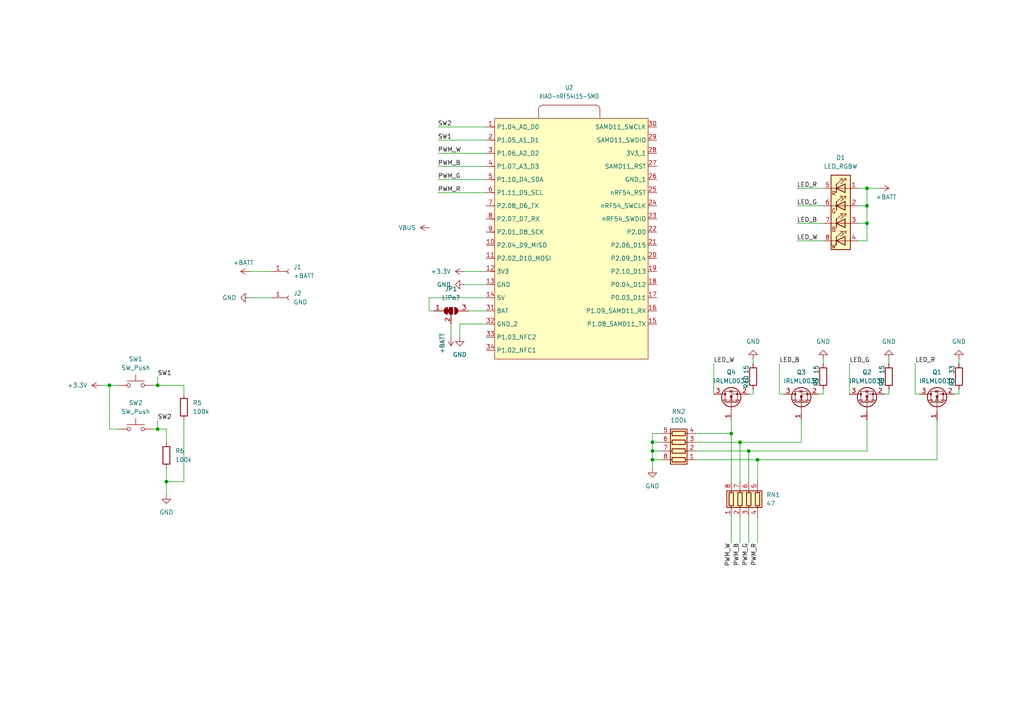
<source format=kicad_sch>
(kicad_sch (version 20250114) (generator "eeschema") (generator_version "9.0")
  (paper "A4")
  (title_block (title "LightStick Main"))
  (lib_symbols
    (symbol "Connector:Conn_01x01_Socket" (pin_names (offset 1.016) (hide yes))
      (property "Reference" "J" (at 0 2.54 0))
      (property "Value" "Conn_01x01_Socket" (at 0 -2.54 0))
      (symbol "Conn_01x01_Socket_1_1"
        (polyline (pts (xy -1.27 0) (xy -0.508 0)) (stroke (width 0.1524)))
        (arc (start 0 -0.508) (mid -0.5058 0) (end 0 0.508) (stroke (width 0.1524)))
        (pin passive line (at -5.08 0 0) (length 3.81) (name "Pin_1") (number "1"))
      )
    )
    (symbol "Device:R" (pin_numbers (hide yes)) (pin_names (offset 0))
      (property "Reference" "R" (at 2.032 0 90))
      (property "Value" "R" (at 0 0 90))
      (symbol "R_0_1"
        (rectangle (start -1.016 -2.54) (end 1.016 2.54) (stroke (width 0.254)))
      )
      (symbol "R_1_1"
        (pin passive line (at 0 3.81 270) (length 1.27) (name "~") (number "1"))
        (pin passive line (at 0 -3.81 90) (length 1.27) (name "~") (number "2"))
      )
    )
    (symbol "Device:R_Pack04" (pin_names (offset 0) (hide yes))
      (property "Reference" "RN" (at -7.62 0 90))
      (property "Value" "R_Pack04" (at 5.08 0 90))
      (symbol "R_Pack04_0_1"
        (rectangle (start -6.35 -2.413) (end 3.81 2.413) (stroke (width 0.254)) (fill (type background)))
        (rectangle (start -5.715 1.905) (end -4.445 -1.905) (stroke (width 0.254)))
        (polyline (pts (xy -5.08 1.905) (xy -5.08 2.54)))
        (polyline (pts (xy -5.08 -2.54) (xy -5.08 -1.905)))
        (rectangle (start -3.175 1.905) (end -1.905 -1.905) (stroke (width 0.254)))
        (polyline (pts (xy -2.54 1.905) (xy -2.54 2.54)))
        (polyline (pts (xy -2.54 -2.54) (xy -2.54 -1.905)))
        (rectangle (start -0.635 1.905) (end 0.635 -1.905) (stroke (width 0.254)))
        (polyline (pts (xy 0 1.905) (xy 0 2.54)))
        (polyline (pts (xy 0 -2.54) (xy 0 -1.905)))
        (rectangle (start 1.905 1.905) (end 3.175 -1.905) (stroke (width 0.254)))
        (polyline (pts (xy 2.54 1.905) (xy 2.54 2.54)))
        (polyline (pts (xy 2.54 -2.54) (xy 2.54 -1.905)))
      )
      (symbol "R_Pack04_1_1"
        (pin passive line (at -5.08 5.08 270) (length 2.54) (name "R1.2") (number "8"))
        (pin passive line (at -5.08 -5.08 90) (length 2.54) (name "R1.1") (number "1"))
        (pin passive line (at -2.54 5.08 270) (length 2.54) (name "R2.2") (number "7"))
        (pin passive line (at -2.54 -5.08 90) (length 2.54) (name "R2.1") (number "2"))
        (pin passive line (at 0 5.08 270) (length 2.54) (name "R3.2") (number "6"))
        (pin passive line (at 0 -5.08 90) (length 2.54) (name "R3.1") (number "3"))
        (pin passive line (at 2.54 5.08 270) (length 2.54) (name "R4.2") (number "5"))
        (pin passive line (at 2.54 -5.08 90) (length 2.54) (name "R4.1") (number "4"))
      )
    )
    (symbol "Jumper:SolderJumper_3_Bridged12" (pin_names (offset 0) (hide yes)) (in_bom no)
      (property "Reference" "JP" (at -2.54 -2.54 0))
      (property "Value" "SolderJumper_3_Bridged12" (at 0 2.794 0))
      (symbol "SolderJumper_3_Bridged12_0_1"
        (polyline (pts (xy -2.54 0) (xy -2.032 0)))
        (polyline (pts (xy -1.016 1.016) (xy -1.016 -1.016)))
        (rectangle (start -1.016 0.508) (end -0.508 -0.508) (fill (type outline)))
        (arc (start -1.016 -1.016) (mid -2.0276 0) (end -1.016 1.016))
        (arc (start -1.016 -1.016) (mid -2.0276 0) (end -1.016 1.016) (fill (type outline)))
        (rectangle (start -0.508 1.016) (end 0.508 -1.016) (fill (type outline)))
        (polyline (pts (xy 0 -1.27) (xy 0 -1.016)))
        (arc (start 1.016 1.016) (mid 2.0276 0) (end 1.016 -1.016))
        (arc (start 1.016 1.016) (mid 2.0276 0) (end 1.016 -1.016) (fill (type outline)))
        (polyline (pts (xy 1.016 1.016) (xy 1.016 -1.016)))
        (polyline (pts (xy 2.54 0) (xy 2.032 0)))
      )
      (symbol "SolderJumper_3_Bridged12_1_1"
        (pin passive line (at -5.08 0 0) (length 2.54) (name "A") (number "1"))
        (pin passive line (at 0 -3.81 90) (length 2.54) (name "C") (number "2"))
        (pin passive line (at 5.08 0 180) (length 2.54) (name "B") (number "3"))
      )
    )
    (symbol "Seeed_Studio_XIAO_Series:XIAO-nRF54l15-SMD"
      (property "Reference" "U21" (at -0.0381 38.1 0))
      (property "Value" "XIAO-nRF54l15-SMD" (at -2.032 -39.116 0))
      (symbol "XIAO-nRF54l15-SMD_0_1"
        (rectangle (start -21.59 33.02) (end 22.86 -36.83) (fill (type background)))
      )
      (symbol "XIAO-nRF54l15-SMD_1_0"
        (polyline (pts (xy -22.86 3.81) (xy -21.59 3.81)) (stroke (width 0.1524)))
        (polyline (pts (xy -22.86 0) (xy -21.59 0)) (stroke (width 0.1524)))
        (polyline (pts (xy -22.86 -3.81) (xy -21.59 -3.81)) (stroke (width 0.1524)))
        (polyline (pts (xy -22.86 -7.62) (xy -21.59 -7.62)) (stroke (width 0.1524)))
        (polyline (pts (xy -22.86 -11.43) (xy -21.59 -11.43)) (stroke (width 0.1524)))
        (polyline (pts (xy -22.86 -15.24) (xy -21.59 -15.24)) (stroke (width 0.1524)))
        (polyline (pts (xy -22.86 -19.05) (xy -21.59 -19.05)) (stroke (width 0.1524)))
        (polyline (pts (xy -21.59 30.48) (xy -22.86 30.48)) (stroke (width 0.1524)))
        (polyline (pts (xy -21.59 26.67) (xy -22.86 26.67)) (stroke (width 0.1524)))
        (polyline (pts (xy -21.59 22.86) (xy -22.86 22.86)) (stroke (width 0.1524)))
        (polyline (pts (xy -21.59 19.05) (xy -22.86 19.05)) (stroke (width 0.1524)))
        (polyline (pts (xy -21.59 15.24) (xy -22.86 15.24)) (stroke (width 0.1524)))
        (polyline (pts (xy -21.59 11.43) (xy -22.86 11.43)) (stroke (width 0.1524)))
        (polyline (pts (xy -21.59 7.62) (xy -22.86 7.62)) (stroke (width 0.1524)))
        (pin passive line (at -24.13 30.48 0) (length 2.54) (name "P1.04_A0_D0") (number "1"))
        (pin passive line (at -24.13 26.67 0) (length 2.54) (name "P1.05_A1_D1") (number "2"))
        (pin passive line (at -24.13 22.86 0) (length 2.54) (name "P1.06_A2_D2") (number "3"))
        (pin passive line (at -24.13 19.05 0) (length 2.54) (name "P1.07_A3_D3") (number "4"))
        (pin passive line (at -24.13 15.24 0) (length 2.54) (name "P1.10_D4_SDA") (number "5"))
        (pin passive line (at -24.13 11.43 0) (length 2.54) (name "P1.11_D5_SCL") (number "6"))
        (pin passive line (at -24.13 7.62 0) (length 2.54) (name "P2.08_D6_TX") (number "7"))
        (pin passive line (at -24.13 3.81 0) (length 2.54) (name "P2.07_D7_RX") (number "8"))
        (pin passive line (at -24.13 0 0) (length 2.54) (name "P2.01_D8_SCK") (number "9"))
        (pin passive line (at -24.13 -3.81 0) (length 2.54) (name "P2.04_D9_MISO") (number "10"))
        (pin passive line (at -24.13 -7.62 0) (length 2.54) (name "P2.02_D10_MOSI") (number "11"))
        (pin passive line (at -24.13 -11.43 0) (length 2.54) (name "3V3") (number "12"))
        (pin passive line (at -24.13 -15.24 0) (length 2.54) (name "GND") (number "13"))
        (pin passive line (at -24.13 -19.05 0) (length 2.54) (name "5V") (number "14"))
      )
      (symbol "XIAO-nRF54l15-SMD_1_1"
        (polyline (pts (xy -8.89 35.56) (xy -8.89 33.02)))
        (polyline (pts (xy -7.62 36.83) (xy 7.62 36.83)))
        (arc (start -8.89 35.56) (mid -8.518 36.458) (end -7.62 36.83))
        (arc (start 7.62 36.83) (mid 7.62 36.83) (end 7.62 36.83))
        (arc (start 7.62 36.83) (mid 8.518 36.458) (end 8.89 35.56))
        (polyline (pts (xy 8.89 35.56) (xy 8.89 33.02)))
        (arc (start 8.89 35.56) (mid 8.89 35.56) (end 8.89 35.56))
        (pin passive line (at -24.13 -22.86 0) (length 2.54) (name "BAT") (number "31"))
        (pin passive line (at -24.13 -26.67 0) (length 2.54) (name "GND_2") (number "32"))
        (pin passive line (at -24.13 -30.48 0) (length 2.54) (name "P1.03_NFC2") (number "33"))
        (pin passive line (at -24.13 -34.29 0) (length 2.54) (name "P1.02_NFC1") (number "34"))
        (pin passive line (at 25.4 30.48 180) (length 2.54) (name "SAMD11_SWCLK") (number "30"))
        (pin passive line (at 25.4 26.67 180) (length 2.54) (name "SAMD11_SWDIO") (number "29"))
        (pin passive line (at 25.4 22.86 180) (length 2.54) (name "3V3_1") (number "28"))
        (pin passive line (at 25.4 19.05 180) (length 2.54) (name "SAMD11_RST") (number "27"))
        (pin passive line (at 25.4 15.24 180) (length 2.54) (name "GND_1") (number "26"))
        (pin passive line (at 25.4 11.43 180) (length 2.54) (name "nRF54_RST") (number "25"))
        (pin passive line (at 25.4 7.62 180) (length 2.54) (name "nRF54_SWCLK") (number "24"))
        (pin passive line (at 25.4 3.81 180) (length 2.54) (name "nRF54_SWDIO") (number "23"))
        (pin passive line (at 25.4 0 180) (length 2.54) (name "P2.00") (number "22"))
        (pin passive line (at 25.4 -3.81 180) (length 2.54) (name "P2.06_D15") (number "21"))
        (pin passive line (at 25.4 -7.62 180) (length 2.54) (name "P2.09_D14") (number "20"))
        (pin passive line (at 25.4 -11.43 180) (length 2.54) (name "P2.10_D13") (number "19"))
        (pin passive line (at 25.4 -15.24 180) (length 2.54) (name "P0.04_D12") (number "18"))
        (pin passive line (at 25.4 -19.05 180) (length 2.54) (name "P0.03_D11") (number "17"))
        (pin passive line (at 25.4 -22.86 180) (length 2.54) (name "P1.09_SAMD11_RX") (number "16"))
        (pin passive line (at 25.4 -26.67 180) (length 2.54) (name "P1.08_SAMD11_TX") (number "15"))
      )
    )
    (symbol "Switch:SW_Push" (pin_numbers (hide yes)) (pin_names (offset 1.016) (hide yes))
      (property "Reference" "SW" (at 1.27 2.54 0))
      (property "Value" "SW_Push" (at 0 -1.524 0))
      (symbol "SW_Push_0_1"
        (circle (center -2.032 0) (radius 0.508))
        (polyline (pts (xy 0 1.27) (xy 0 3.048)))
        (circle (center 2.032 0) (radius 0.508))
        (polyline (pts (xy 2.54 1.27) (xy -2.54 1.27)))
        (pin passive line (at -5.08 0 0) (length 2.54) (name "1") (number "1"))
        (pin passive line (at 5.08 0 180) (length 2.54) (name "2") (number "2"))
      )
    )
    (symbol "Transistor_FET:IRLML0030" (pin_names (offset 0) (hide yes))
      (property "Reference" "Q" (at 5.08 1.905 0))
      (property "Value" "IRLML0030" (at 5.08 0 0))
      (symbol "IRLML0030_0_1"
        (polyline (pts (xy 0.254 1.905) (xy 0.254 -1.905)) (stroke (width 0.254)))
        (polyline (pts (xy 0.254 0) (xy -2.54 0)))
        (polyline (pts (xy 0.762 2.286) (xy 0.762 1.27)) (stroke (width 0.254)))
        (polyline (pts (xy 0.762 0.508) (xy 0.762 -0.508)) (stroke (width 0.254)))
        (polyline (pts (xy 0.762 -1.27) (xy 0.762 -2.286)) (stroke (width 0.254)))
        (polyline (pts (xy 0.762 -1.778) (xy 3.302 -1.778) (xy 3.302 1.778) (xy 0.762 1.778)))
        (polyline (pts (xy 1.016 0) (xy 2.032 0.381) (xy 2.032 -0.381) (xy 1.016 0)) (fill (type outline)))
        (circle (center 1.651 0) (radius 2.794) (stroke (width 0.254)))
        (polyline (pts (xy 2.54 2.54) (xy 2.54 1.778)))
        (circle (center 2.54 1.778) (radius 0.254) (fill (type outline)))
        (circle (center 2.54 -1.778) (radius 0.254) (fill (type outline)))
        (polyline (pts (xy 2.54 -2.54) (xy 2.54 0) (xy 0.762 0)))
        (polyline (pts (xy 2.921 0.381) (xy 3.683 0.381)))
        (polyline (pts (xy 3.302 0.381) (xy 2.921 -0.254) (xy 3.683 -0.254) (xy 3.302 0.381)))
      )
      (symbol "IRLML0030_1_1"
        (pin input line (at -5.08 0 0) (length 2.54) (name "G") (number "1"))
        (pin passive line (at 2.54 5.08 270) (length 2.54) (name "D") (number "3"))
        (pin passive line (at 2.54 -5.08 90) (length 2.54) (name "S") (number "2"))
      )
    )
    (symbol "parts:LED_RGBW" (pin_names (offset 0) (hide yes))
      (property "Reference" "D" (at 0 15.24 0))
      (property "Value" "LED_RGBW" (at 0 -8.89 0))
      (symbol "LED_RGBW_0_0"
        (text "R" (at -2.032 8.636 0) (effects (font (size 1.27 1.27))))
        (text "G" (at -2.032 3.556 0) (effects (font (size 1.27 1.27))))
        (text "B" (at -2.032 -1.778 0) (effects (font (size 1.27 1.27))))
      )
      (symbol "LED_RGBW_0_1"
        (rectangle (start -2.794 13.97) (end 2.794 -7.62) (stroke (width 0.254)) (fill (type background)))
        (polyline (pts (xy -1.27 11.43) (xy -1.27 8.89)) (stroke (width 0.254)))
        (polyline (pts (xy -1.27 10.16) (xy -2.54 10.16)))
        (polyline (pts (xy -1.27 10.16) (xy 1.27 10.16)))
        (polyline (pts (xy -1.27 6.35) (xy -1.27 3.81)) (stroke (width 0.254)))
        (polyline (pts (xy -1.27 6.35) (xy -1.27 3.81) (xy -1.27 3.81)))
        (polyline (pts (xy -1.27 5.08) (xy -2.54 5.08)))
        (polyline (pts (xy -1.27 5.08) (xy 1.27 5.08)))
        (polyline (pts (xy -1.27 1.27) (xy -1.27 -1.27)) (stroke (width 0.254)))
        (polyline (pts (xy -1.27 1.27) (xy -1.27 -1.27) (xy -1.27 -1.27)))
        (polyline (pts (xy -1.27 0) (xy -2.54 0)))
        (polyline (pts (xy -1.27 -3.81) (xy -1.27 -6.35)) (stroke (width 0.254)))
        (polyline (pts (xy -1.27 -5.08) (xy -2.54 -5.08)))
        (polyline (pts (xy -1.27 -5.08) (xy 1.27 -5.08)))
        (polyline (pts (xy -1.016 11.43) (xy 0.508 12.954) (xy -0.254 12.954) (xy 0.508 12.954) (xy 0.508 12.192)))
        (polyline (pts (xy -1.016 6.35) (xy 0.508 7.874) (xy -0.254 7.874) (xy 0.508 7.874) (xy 0.508 7.112)))
        (polyline (pts (xy -1.016 1.27) (xy 0.508 2.794) (xy -0.254 2.794) (xy 0.508 2.794) (xy 0.508 2.032)))
        (polyline (pts (xy -1.016 -3.81) (xy 0.508 -2.286) (xy -0.254 -2.286) (xy 0.508 -2.286) (xy 0.508 -3.048)))
        (polyline (pts (xy 0 11.43) (xy 1.524 12.954) (xy 0.762 12.954) (xy 1.524 12.954) (xy 1.524 12.192)))
        (polyline (pts (xy 0 6.35) (xy 1.524 7.874) (xy 0.762 7.874) (xy 1.524 7.874) (xy 1.524 7.112)))
        (polyline (pts (xy 0 1.27) (xy 1.524 2.794) (xy 0.762 2.794) (xy 1.524 2.794) (xy 1.524 2.032)))
        (polyline (pts (xy 0 -3.81) (xy 1.524 -2.286) (xy 0.762 -2.286) (xy 1.524 -2.286) (xy 1.524 -3.048)))
        (polyline (pts (xy 1.27 11.43) (xy 1.27 8.89) (xy -1.27 10.16) (xy 1.27 11.43)) (stroke (width 0.254)))
        (polyline (pts (xy 1.27 10.16) (xy 2.54 10.16)))
        (polyline (pts (xy 1.27 6.35) (xy 1.27 3.81) (xy -1.27 5.08) (xy 1.27 6.35)) (stroke (width 0.254)))
        (rectangle (start 1.27 6.35) (end 1.27 6.35))
        (polyline (pts (xy 1.27 5.08) (xy 2.54 5.08)))
        (rectangle (start 1.27 3.81) (end 1.27 6.35))
        (polyline (pts (xy 1.27 1.27) (xy 1.27 -1.27) (xy -1.27 0) (xy 1.27 1.27)) (stroke (width 0.254)))
        (rectangle (start 1.27 1.27) (end 1.27 1.27))
        (polyline (pts (xy 1.27 0) (xy -1.27 0)))
        (polyline (pts (xy 1.27 0) (xy 2.54 0)))
        (rectangle (start 1.27 -1.27) (end 1.27 1.27))
        (polyline (pts (xy 1.27 -3.81) (xy 1.27 -6.35) (xy -1.27 -5.08) (xy 1.27 -3.81)) (stroke (width 0.254)))
        (polyline (pts (xy 1.27 -5.08) (xy 2.54 -5.08)))
      )
      (symbol "LED_RGBW_1_1"
        (text "W" (at -2.032 -6.604 0) (effects (font (size 1.27 1.27))))
        (pin passive line (at -5.08 10.16 0) (length 2.54) (name "RK") (number "5"))
        (pin passive line (at -5.08 5.08 0) (length 2.54) (name "GK") (number "6"))
        (pin passive line (at -5.08 0 0) (length 2.54) (name "BK") (number "7"))
        (pin passive line (at -5.08 -5.08 0) (length 2.54) (name "WK") (number "8"))
        (pin passive line (at 5.08 10.16 180) (length 2.54) (name "RA") (number "1"))
        (pin passive line (at 5.08 5.08 180) (length 2.54) (name "GA") (number "2"))
        (pin passive line (at 5.08 0 180) (length 2.54) (name "BA") (number "3"))
        (pin passive line (at 5.08 -5.08 180) (length 2.54) (name "WA") (number "4"))
      )
    )
    (symbol "power:+3.3V" (power) (pin_numbers (hide yes)) (pin_names (offset 0) (hide yes))
      (property "Value" "+3.3V" (at 0 3.556 0))
      (symbol "+3.3V_0_1"
        (polyline (pts (xy -0.762 1.27) (xy 0 2.54)))
        (polyline (pts (xy 0 2.54) (xy 0.762 1.27)))
        (polyline (pts (xy 0 0) (xy 0 2.54)))
      )
      (symbol "+3.3V_1_1"
        (pin power_in line (at 0 0 90) (length 0) (name "~") (number "1"))
      )
    )
    (symbol "power:+BATT" (power) (pin_numbers (hide yes)) (pin_names (offset 0) (hide yes))
      (property "Value" "+BATT" (at 0 3.556 0))
      (symbol "+BATT_0_1"
        (polyline (pts (xy -0.762 1.27) (xy 0 2.54)))
        (polyline (pts (xy 0 2.54) (xy 0.762 1.27)))
        (polyline (pts (xy 0 0) (xy 0 2.54)))
      )
      (symbol "+BATT_1_1"
        (pin power_in line (at 0 0 90) (length 0) (name "~") (number "1"))
      )
    )
    (symbol "power:GND" (power) (pin_numbers (hide yes)) (pin_names (offset 0) (hide yes))
      (property "Value" "GND" (at 0 -3.81 0))
      (symbol "GND_0_1"
        (polyline (pts (xy 0 0) (xy 0 -1.27) (xy 1.27 -1.27) (xy 0 -2.54) (xy -1.27 -1.27) (xy 0 -1.27)))
      )
      (symbol "GND_1_1"
        (pin power_in line (at 0 0 270) (length 0) (name "~") (number "1"))
      )
    )
    (symbol "power:VBUS" (power) (pin_numbers (hide yes)) (pin_names (offset 0) (hide yes))
      (property "Value" "VBUS" (at 0 3.556 0))
      (symbol "VBUS_0_1"
        (polyline (pts (xy -0.762 1.27) (xy 0 2.54)))
        (polyline (pts (xy 0 2.54) (xy 0.762 1.27)))
        (polyline (pts (xy 0 0) (xy 0 2.54)))
      )
      (symbol "VBUS_1_1"
        (pin power_in line (at 0 0 90) (length 0) (name "~") (number "1"))
      )
    )
  )
  (junction (at 189.23 130.81))
  (junction (at 219.71 133.35))
  (junction (at 251.46 59.69))
  (junction (at 251.46 64.77))
  (junction (at 45.72 111.76))
  (junction (at 212.09 125.73))
  (junction (at 251.46 54.61))
  (junction (at 189.23 133.35))
  (junction (at 48.26 139.7))
  (junction (at 45.72 124.46))
  (junction (at 31.75 111.76))
  (junction (at 189.23 128.27))
  (junction (at 214.63 128.27))
  (junction (at 217.17 130.81))
  (wire (pts (xy 218.44 114.3) (xy 217.17 114.3)))
  (wire (pts (xy 127 48.26) (xy 140.97 48.26)))
  (wire (pts (xy 214.63 128.27) (xy 214.63 139.7)))
  (wire (pts (xy 127 36.83) (xy 140.97 36.83)))
  (wire (pts (xy 134.62 78.74) (xy 140.97 78.74)))
  (wire (pts (xy 72.39 86.36) (xy 78.74 86.36)))
  (wire (pts (xy 189.23 128.27) (xy 189.23 130.81)))
  (wire (pts (xy 231.14 54.61) (xy 238.76 54.61)))
  (wire (pts (xy 201.93 128.27) (xy 214.63 128.27)))
  (wire (pts (xy 251.46 69.85) (xy 251.46 64.77)))
  (wire (pts (xy 133.35 97.79) (xy 133.35 93.98)))
  (wire (pts (xy 29.21 111.76) (xy 31.75 111.76)))
  (wire (pts (xy 214.63 157.48) (xy 214.63 149.86)))
  (wire (pts (xy 231.14 69.85) (xy 238.76 69.85)))
  (wire (pts (xy 231.14 59.69) (xy 238.76 59.69)))
  (wire (pts (xy 218.44 104.14) (xy 218.44 105.41)))
  (wire (pts (xy 191.77 130.81) (xy 189.23 130.81)))
  (wire (pts (xy 130.81 97.79) (xy 130.81 93.98)))
  (wire (pts (xy 191.77 128.27) (xy 189.23 128.27)))
  (wire (pts (xy 226.06 114.3) (xy 227.33 114.3)))
  (wire (pts (xy 251.46 54.61) (xy 255.27 54.61)))
  (wire (pts (xy 135.89 90.17) (xy 140.97 90.17)))
  (wire (pts (xy 248.92 64.77) (xy 251.46 64.77)))
  (wire (pts (xy 189.23 133.35) (xy 189.23 135.89)))
  (wire (pts (xy 45.72 109.22) (xy 45.72 111.76)))
  (wire (pts (xy 217.17 157.48) (xy 217.17 149.86)))
  (wire (pts (xy 218.44 113.03) (xy 218.44 114.3)))
  (wire (pts (xy 214.63 128.27) (xy 232.41 128.27)))
  (wire (pts (xy 217.17 130.81) (xy 251.46 130.81)))
  (wire (pts (xy 201.93 133.35) (xy 219.71 133.35)))
  (wire (pts (xy 231.14 64.77) (xy 238.76 64.77)))
  (wire (pts (xy 219.71 133.35) (xy 271.78 133.35)))
  (wire (pts (xy 48.26 139.7) (xy 48.26 143.51)))
  (wire (pts (xy 189.23 130.81) (xy 189.23 133.35)))
  (wire (pts (xy 212.09 125.73) (xy 212.09 121.92)))
  (wire (pts (xy 133.35 93.98) (xy 140.97 93.98)))
  (wire (pts (xy 31.75 124.46) (xy 31.75 111.76)))
  (wire (pts (xy 201.93 130.81) (xy 217.17 130.81)))
  (wire (pts (xy 45.72 124.46) (xy 48.26 124.46)))
  (wire (pts (xy 251.46 59.69) (xy 251.46 54.61)))
  (wire (pts (xy 48.26 139.7) (xy 48.26 135.89)))
  (wire (pts (xy 219.71 157.48) (xy 219.71 149.86)))
  (wire (pts (xy 191.77 133.35) (xy 189.23 133.35)))
  (wire (pts (xy 257.81 114.3) (xy 256.54 114.3)))
  (wire (pts (xy 53.34 139.7) (xy 48.26 139.7)))
  (wire (pts (xy 48.26 124.46) (xy 48.26 128.27)))
  (wire (pts (xy 127 55.88) (xy 140.97 55.88)))
  (wire (pts (xy 127 44.45) (xy 140.97 44.45)))
  (wire (pts (xy 278.13 104.14) (xy 278.13 105.41)))
  (wire (pts (xy 278.13 113.03) (xy 278.13 114.3)))
  (wire (pts (xy 251.46 64.77) (xy 251.46 59.69)))
  (wire (pts (xy 248.92 54.61) (xy 251.46 54.61)))
  (wire (pts (xy 31.75 111.76) (xy 34.29 111.76)))
  (wire (pts (xy 271.78 133.35) (xy 271.78 121.92)))
  (wire (pts (xy 124.46 86.36) (xy 124.46 90.17)))
  (wire (pts (xy 248.92 69.85) (xy 251.46 69.85)))
  (wire (pts (xy 140.97 86.36) (xy 124.46 86.36)))
  (wire (pts (xy 72.39 78.74) (xy 78.74 78.74)))
  (wire (pts (xy 34.29 124.46) (xy 31.75 124.46)))
  (wire (pts (xy 207.01 105.41) (xy 207.01 114.3)))
  (wire (pts (xy 212.09 125.73) (xy 212.09 139.7)))
  (wire (pts (xy 212.09 157.48) (xy 212.09 149.86)))
  (wire (pts (xy 44.45 111.76) (xy 45.72 111.76)))
  (wire (pts (xy 127 40.64) (xy 140.97 40.64)))
  (wire (pts (xy 45.72 121.92) (xy 45.72 124.46)))
  (wire (pts (xy 238.76 113.03) (xy 238.76 114.3)))
  (wire (pts (xy 53.34 111.76) (xy 53.34 114.3)))
  (wire (pts (xy 238.76 114.3) (xy 237.49 114.3)))
  (wire (pts (xy 53.34 121.92) (xy 53.34 139.7)))
  (wire (pts (xy 248.92 59.69) (xy 251.46 59.69)))
  (wire (pts (xy 265.43 105.41) (xy 265.43 114.3)))
  (wire (pts (xy 238.76 104.14) (xy 238.76 105.41)))
  (wire (pts (xy 44.45 124.46) (xy 45.72 124.46)))
  (wire (pts (xy 232.41 128.27) (xy 232.41 121.92)))
  (wire (pts (xy 134.62 82.55) (xy 140.97 82.55)))
  (wire (pts (xy 191.77 125.73) (xy 189.23 125.73)))
  (wire (pts (xy 246.38 105.41) (xy 246.38 114.3)))
  (wire (pts (xy 251.46 130.81) (xy 251.46 121.92)))
  (wire (pts (xy 124.46 90.17) (xy 125.73 90.17)))
  (wire (pts (xy 189.23 125.73) (xy 189.23 128.27)))
  (wire (pts (xy 257.81 104.14) (xy 257.81 105.41)))
  (wire (pts (xy 226.06 105.41) (xy 226.06 114.3)))
  (wire (pts (xy 45.72 111.76) (xy 53.34 111.76)))
  (wire (pts (xy 217.17 130.81) (xy 217.17 139.7)))
  (wire (pts (xy 265.43 114.3) (xy 266.7 114.3)))
  (wire (pts (xy 278.13 114.3) (xy 276.86 114.3)))
  (wire (pts (xy 257.81 113.03) (xy 257.81 114.3)))
  (wire (pts (xy 219.71 133.35) (xy 219.71 139.7)))
  (wire (pts (xy 127 52.07) (xy 140.97 52.07)))
  (wire (pts (xy 201.93 125.73) (xy 212.09 125.73)))
  (label "PWM_W" (at 127 44.45 0))
  (label "LED_B" (at 226.06 105.41 0))
  (label "LED_G" (at 246.38 105.41 0))
  (label "LED_B" (at 231.14 64.77 0))
  (label "PWM_B" (at 127 48.26 0))
  (label "PWM_B" (at 214.63 157.48 270))
  (label "PWM_G" (at 127 52.07 0))
  (label "LED_W" (at 207.01 105.41 0))
  (label "SW2" (at 127 36.83 0))
  (label "PWM_G" (at 217.17 157.48 270))
  (label "LED_R" (at 265.43 105.41 0))
  (label "PWM_R" (at 219.71 157.48 270))
  (label "SW1" (at 45.72 109.22 0))
  (label "SW1" (at 127 40.64 0))
  (label "LED_W" (at 231.14 69.85 0))
  (label "PWM_W" (at 212.09 157.48 270))
  (label "LED_G" (at 231.14 59.69 0))
  (label "LED_R" (at 231.14 54.61 0))
  (label "SW2" (at 45.72 121.92 0))
  (label "PWM_R" (at 127 55.88 0))
  (symbol (lib_id "parts:LED_RGBW") (at 243.84 64.77 0) (unit 1)
    (property "Reference" "D1" (at 243.84 45.72 0))
    (property "Value" "LED_RGBW" (at 243.84 48.26 0))
    (property "Footprint" "parts:XL-5050RGBW" (effects (hide yes)))
    (property "Description" "RGB LED, anode/blue/green/red" (effects (hide yes)))
  )
  (symbol (lib_id "power:GND") (at 257.81 104.14 180) (unit 1)
    (property "Reference" "#PWR013" (effects (hide yes)))
    (property "Value" "GND" (at 257.81 99.06 0))
    (property "Description" "Power symbol creates a global label with name \"GND\" , ground" (effects (hide yes)))
  )
  (symbol (lib_id "Device:R") (at 48.26 132.08 0) (unit 1)
    (property "Reference" "R6" (at 50.8 130.8099 0) (effects (justify left)))
    (property "Value" "100k" (at 50.8 133.3499 0) (effects (justify left)))
    (property "Footprint" "Resistor_SMD:R_0603_1608Metric_Pad0.98x0.95mm_HandSolder" (effects (hide yes)))
    (property "Description" "Resistor" (effects (hide yes)))
  )
  (symbol (lib_id "Seeed_Studio_XIAO_Series:XIAO-nRF54l15-SMD") (at 165.1 67.31 0) (unit 1)
    (property "Reference" "U2" (at 165.0619 25.4 0) (effects (font (size 1.27 1.0795))))
    (property "Value" "XIAO-nRF54l15-SMD" (at 165.0619 27.94 0) (effects (font (size 1.27 1.0795))))
    (property "Footprint" "parts:XIAO-nRF54l15-SMD" (effects (hide yes)))
  )
  (symbol (lib_id "power:+BATT") (at 255.27 54.61 270) (unit 1)
    (property "Reference" "#PWR010" (effects (hide yes)))
    (property "Value" "+BATT" (at 257.048 57.15 90))
    (property "Description" "Power symbol creates a global label with name \"+BATT\"" (effects (hide yes)))
  )
  (symbol (lib_id "Transistor_FET:IRLML0030") (at 232.41 116.84 90) (unit 1)
    (property "Reference" "Q3" (at 232.41 107.95 90))
    (property "Value" "IRLML0030" (at 232.41 110.49 90))
    (property "Footprint" "Package_TO_SOT_SMD:SOT-23" (effects (hide yes)))
    (property "Datasheet" "https://www.infineon.com/dgdl/irlml0030pbf.pdf?fileId=5546d462533600a401535664773825df" (effects (hide yes)))
    (property "Description" "5.3A Id, 30V Vds, 27mOhm Rds, N-Channel HEXFET Power MOSFET, SOT-23" (effects (hide yes)))
  )
  (symbol (lib_id "power:+3.3V") (at 134.62 78.74 90) (unit 1)
    (property "Reference" "#PWR09" (effects (hide yes)))
    (property "Value" "+3.3V" (at 130.81 78.7399 90) (effects (justify left)))
    (property "Description" "Power symbol creates a global label with name \"+3.3V\"" (effects (hide yes)))
  )
  (symbol (lib_id "Device:R_Pack04") (at 217.17 144.78 0) (unit 1)
    (property "Reference" "RN1" (at 222.25 143.5099 0) (effects (justify left)))
    (property "Value" "47" (at 222.25 146.0499 0) (effects (justify left)))
    (property "Footprint" "Resistor_SMD:R_Array_Concave_4x0603" (effects (hide yes)))
    (property "Description" "4 resistor network, parallel topology" (effects (hide yes)))
  )
  (symbol (lib_id "power:GND") (at 48.26 143.51 0) (unit 1)
    (property "Reference" "#PWR07" (effects (hide yes)))
    (property "Value" "GND" (at 48.26 148.59 0))
    (property "Description" "Power symbol creates a global label with name \"GND\" , ground" (effects (hide yes)))
  )
  (symbol (lib_id "power:GND") (at 218.44 104.14 180) (unit 1)
    (property "Reference" "#PWR011" (effects (hide yes)))
    (property "Value" "GND" (at 218.44 99.06 0))
    (property "Description" "Power symbol creates a global label with name \"GND\" , ground" (effects (hide yes)))
  )
  (symbol (lib_id "power:GND") (at 72.39 86.36 270) (unit 1)
    (property "Reference" "#PWR05" (effects (hide yes)))
    (property "Value" "GND" (at 68.58 86.3599 90) (effects (justify right)))
    (property "Description" "Power symbol creates a global label with name \"GND\" , ground" (effects (hide yes)))
  )
  (symbol (lib_id "power:+3.3V") (at 29.21 111.76 90) (unit 1)
    (property "Reference" "#PWR08" (effects (hide yes)))
    (property "Value" "+3.3V" (at 25.4 111.7599 90) (effects (justify left)))
    (property "Description" "Power symbol creates a global label with name \"+3.3V\"" (effects (hide yes)))
  )
  (symbol (lib_id "Device:R") (at 218.44 109.22 180) (unit 1)
    (property "Reference" "R10" (at 216.408 110.744 90))
    (property "Value" "15" (at 216.408 107.188 90))
    (property "Footprint" "Resistor_SMD:R_0603_1608Metric_Pad0.98x0.95mm_HandSolder" (effects (hide yes)))
    (property "Description" "Resistor" (effects (hide yes)))
  )
  (symbol (lib_id "Switch:SW_Push") (at 39.37 111.76 0) (unit 1)
    (property "Reference" "SW1" (at 39.37 104.14 0))
    (property "Value" "SW_Push" (at 39.37 106.68 0))
    (property "Footprint" "Button_Switch_SMD:SW_SPST_PTS647_Sx38" (effects (hide yes)))
    (property "Description" "Push button switch, generic, two pins" (effects (hide yes)))
  )
  (symbol (lib_id "Device:R") (at 238.76 109.22 180) (unit 1)
    (property "Reference" "R9" (at 236.728 110.744 90))
    (property "Value" "15" (at 236.728 107.188 90))
    (property "Footprint" "Resistor_SMD:R_0603_1608Metric_Pad0.98x0.95mm_HandSolder" (effects (hide yes)))
    (property "Description" "Resistor" (effects (hide yes)))
  )
  (symbol (lib_id "power:GND") (at 238.76 104.14 180) (unit 1)
    (property "Reference" "#PWR012" (effects (hide yes)))
    (property "Value" "GND" (at 238.76 99.06 0))
    (property "Description" "Power symbol creates a global label with name \"GND\" , ground" (effects (hide yes)))
  )
  (symbol (lib_id "Device:R") (at 257.81 109.22 180) (unit 1)
    (property "Reference" "R8" (at 255.778 110.744 90))
    (property "Value" "15" (at 255.778 107.188 90))
    (property "Footprint" "Resistor_SMD:R_0603_1608Metric_Pad0.98x0.95mm_HandSolder" (effects (hide yes)))
    (property "Description" "Resistor" (effects (hide yes)))
  )
  (symbol (lib_id "Device:R") (at 53.34 118.11 0) (unit 1)
    (property "Reference" "R5" (at 55.88 116.8399 0) (effects (justify left)))
    (property "Value" "100k" (at 55.88 119.3799 0) (effects (justify left)))
    (property "Footprint" "Resistor_SMD:R_0603_1608Metric_Pad0.98x0.95mm_HandSolder" (effects (hide yes)))
    (property "Description" "Resistor" (effects (hide yes)))
  )
  (symbol (lib_id "Device:R") (at 278.13 109.22 180) (unit 1)
    (property "Reference" "R7" (at 276.098 110.744 90))
    (property "Value" "33" (at 276.098 107.188 90))
    (property "Footprint" "Resistor_SMD:R_0603_1608Metric_Pad0.98x0.95mm_HandSolder" (effects (hide yes)))
    (property "Description" "Resistor" (effects (hide yes)))
  )
  (symbol (lib_id "Connector:Conn_01x01_Socket") (at 83.82 78.74 0) (unit 1)
    (property "Reference" "J1" (at 85.09 77.4699 0) (effects (justify left)))
    (property "Value" "+BATT" (at 85.09 80.0099 0) (effects (justify left)))
    (property "Footprint" "TestPoint:TestPoint_Pad_D2.5mm" (effects (hide yes)))
    (property "Description" "Generic connector, single row, 01x01, script generated" (effects (hide yes)))
  )
  (symbol (lib_id "power:GND") (at 133.35 97.79 0) (unit 1)
    (property "Reference" "#PWR017" (effects (hide yes)))
    (property "Value" "GND" (at 133.35 102.87 0))
    (property "Description" "Power symbol creates a global label with name \"GND\" , ground" (effects (hide yes)))
  )
  (symbol (lib_id "power:+BATT") (at 130.81 97.79 180) (unit 1)
    (property "Reference" "#PWR01" (effects (hide yes)))
    (property "Value" "+BATT" (at 128.27 99.568 90))
    (property "Description" "Power symbol creates a global label with name \"+BATT\"" (effects (hide yes)))
  )
  (symbol (lib_id "power:+BATT") (at 72.39 78.74 90) (unit 1)
    (property "Reference" "#PWR04" (effects (hide yes)))
    (property "Value" "+BATT" (at 70.612 76.2 90))
    (property "Description" "Power symbol creates a global label with name \"+BATT\"" (effects (hide yes)))
  )
  (symbol (lib_id "power:GND") (at 189.23 135.89 0) (unit 1)
    (property "Reference" "#PWR015" (effects (hide yes)))
    (property "Value" "GND" (at 189.23 140.97 0))
    (property "Description" "Power symbol creates a global label with name \"GND\" , ground" (effects (hide yes)))
  )
  (symbol (lib_id "Switch:SW_Push") (at 39.37 124.46 0) (unit 1)
    (property "Reference" "SW2" (at 39.37 116.84 0))
    (property "Value" "SW_Push" (at 39.37 119.38 0))
    (property "Footprint" "Button_Switch_SMD:SW_SPST_PTS647_Sx38" (effects (hide yes)))
    (property "Description" "Push button switch, generic, two pins" (effects (hide yes)))
  )
  (symbol (lib_id "Jumper:SolderJumper_3_Bridged12") (at 130.81 90.17 0) (unit 1) (in_bom no)
    (property "Reference" "JP1" (at 130.81 83.82 0))
    (property "Value" "LiPo?" (at 130.81 86.36 0))
    (property "Footprint" "Jumper:SolderJumper-3_P1.3mm_Bridged12_RoundedPad1.0x1.5mm" (effects (hide yes)))
    (property "Description" "3-pole Solder Jumper, pins 1+2 closed/bridged" (effects (hide yes)))
  )
  (symbol (lib_id "Connector:Conn_01x01_Socket") (at 83.82 86.36 0) (unit 1)
    (property "Reference" "J2" (at 85.09 85.0899 0) (effects (justify left)))
    (property "Value" "GND" (at 85.09 87.6299 0) (effects (justify left)))
    (property "Footprint" "TestPoint:TestPoint_Pad_D2.5mm" (effects (hide yes)))
    (property "Description" "Generic connector, single row, 01x01, script generated" (effects (hide yes)))
  )
  (symbol (lib_id "Transistor_FET:IRLML0030") (at 271.78 116.84 90) (unit 1)
    (property "Reference" "Q1" (at 271.78 107.95 90))
    (property "Value" "IRLML0030" (at 271.78 110.49 90))
    (property "Footprint" "Package_TO_SOT_SMD:SOT-23" (effects (hide yes)))
    (property "Datasheet" "https://www.infineon.com/dgdl/irlml0030pbf.pdf?fileId=5546d462533600a401535664773825df" (effects (hide yes)))
    (property "Description" "5.3A Id, 30V Vds, 27mOhm Rds, N-Channel HEXFET Power MOSFET, SOT-23" (effects (hide yes)))
  )
  (symbol (lib_id "power:GND") (at 278.13 104.14 180) (unit 1)
    (property "Reference" "#PWR014" (effects (hide yes)))
    (property "Value" "GND" (at 278.13 99.06 0))
    (property "Description" "Power symbol creates a global label with name \"GND\" , ground" (effects (hide yes)))
  )
  (symbol (lib_id "power:VBUS") (at 124.46 66.04 90) (unit 1)
    (property "Reference" "#PWR02" (effects (hide yes)))
    (property "Value" "VBUS" (at 120.65 66.0399 90) (effects (justify left)))
    (property "Description" "Power symbol creates a global label with name \"VBUS\"" (effects (hide yes)))
  )
  (symbol (lib_id "Device:R_Pack04") (at 196.85 128.27 90) (unit 1)
    (property "Reference" "RN2" (at 196.85 119.38 90))
    (property "Value" "100k" (at 196.85 121.92 90))
    (property "Footprint" "Resistor_SMD:R_Array_Concave_4x0603" (effects (hide yes)))
    (property "Description" "4 resistor network, parallel topology" (effects (hide yes)))
  )
  (symbol (lib_id "Transistor_FET:IRLML0030") (at 251.46 116.84 90) (unit 1)
    (property "Reference" "Q2" (at 251.46 107.95 90))
    (property "Value" "IRLML0030" (at 251.46 110.49 90))
    (property "Footprint" "Package_TO_SOT_SMD:SOT-23" (effects (hide yes)))
    (property "Datasheet" "https://www.infineon.com/dgdl/irlml0030pbf.pdf?fileId=5546d462533600a401535664773825df" (effects (hide yes)))
    (property "Description" "5.3A Id, 30V Vds, 27mOhm Rds, N-Channel HEXFET Power MOSFET, SOT-23" (effects (hide yes)))
  )
  (symbol (lib_id "Transistor_FET:IRLML0030") (at 212.09 116.84 90) (unit 1)
    (property "Reference" "Q4" (at 212.09 107.95 90))
    (property "Value" "IRLML0030" (at 212.09 110.49 90))
    (property "Footprint" "Package_TO_SOT_SMD:SOT-23" (effects (hide yes)))
    (property "Datasheet" "https://www.infineon.com/dgdl/irlml0030pbf.pdf?fileId=5546d462533600a401535664773825df" (effects (hide yes)))
    (property "Description" "5.3A Id, 30V Vds, 27mOhm Rds, N-Channel HEXFET Power MOSFET, SOT-23" (effects (hide yes)))
  )
  (symbol (lib_id "power:GND") (at 134.62 82.55 270) (unit 1)
    (property "Reference" "#PWR03" (effects (hide yes)))
    (property "Value" "GND" (at 130.81 82.5499 90) (effects (justify right)))
    (property "Description" "Power symbol creates a global label with name \"GND\" , ground" (effects (hide yes)))
  )
)
</source>
